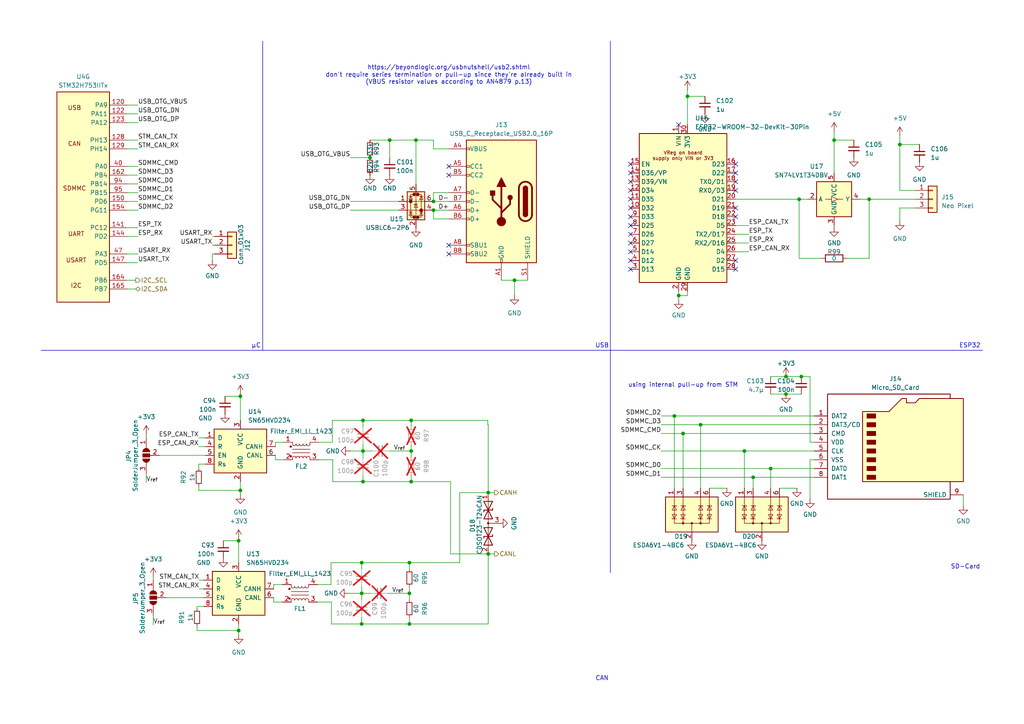
<source format=kicad_sch>
(kicad_sch
	(version 20231120)
	(generator "eeschema")
	(generator_version "8.0")
	(uuid "c61dd313-04ad-474f-9718-66b9bce07315")
	(paper "A4")
	
	(junction
		(at 231.775 57.785)
		(diameter 0)
		(color 0 0 0 0)
		(uuid "05cfbb34-84b8-41f9-b2c6-e5b00514da1d")
	)
	(junction
		(at 215.9 130.81)
		(diameter 0)
		(color 0 0 0 0)
		(uuid "0bbc3a19-37df-42ad-91f0-8540a0395fb7")
	)
	(junction
		(at 227.965 109.22)
		(diameter 0)
		(color 0 0 0 0)
		(uuid "18ab2d23-28e9-4932-9559-08cfc3b6ac2c")
	)
	(junction
		(at 232.41 109.22)
		(diameter 0)
		(color 0 0 0 0)
		(uuid "24fd9673-2273-4cc7-b851-95d6418ffacd")
	)
	(junction
		(at 118.745 180.975)
		(diameter 0)
		(color 0 0 0 0)
		(uuid "28a47998-b579-477b-8bd7-5184e4777d5e")
	)
	(junction
		(at 119.253 130.81)
		(diameter 0)
		(color 0 0 0 0)
		(uuid "3162dd44-bd73-462d-a1ba-3ec68e82b83a")
	)
	(junction
		(at 252.095 57.785)
		(diameter 0)
		(color 0 0 0 0)
		(uuid "318c4647-7bc1-4283-9b65-f73983dbd071")
	)
	(junction
		(at 149.225 81.28)
		(diameter 0)
		(color 0 0 0 0)
		(uuid "3c1013bf-bfba-435b-96c5-025b99d0e79f")
	)
	(junction
		(at 69.723 142.24)
		(diameter 0)
		(color 0 0 0 0)
		(uuid "3d875b4c-a7a5-4903-ad64-3ecea35d872b")
	)
	(junction
		(at 69.723 114.935)
		(diameter 0)
		(color 0 0 0 0)
		(uuid "41b0bad5-7e8d-4b02-8ba8-4522831df7e6")
	)
	(junction
		(at 107.315 45.72)
		(diameter 0)
		(color 0 0 0 0)
		(uuid "46e9cd3f-c4dc-4e06-874a-970861c8e4d0")
	)
	(junction
		(at 195.58 120.65)
		(diameter 0)
		(color 0 0 0 0)
		(uuid "483c68f8-8db5-413f-96da-d4c2dccc7777")
	)
	(junction
		(at 69.215 182.88)
		(diameter 0)
		(color 0 0 0 0)
		(uuid "4dfb8dde-4cef-4814-89d9-dc2c67abc0ea")
	)
	(junction
		(at 218.44 138.43)
		(diameter 0)
		(color 0 0 0 0)
		(uuid "50b25640-4ca4-435d-9ca2-96918ac454bf")
	)
	(junction
		(at 198.12 125.73)
		(diameter 0)
		(color 0 0 0 0)
		(uuid "52bd35f7-90f4-444f-80c2-b19c5579d427")
	)
	(junction
		(at 104.902 163.195)
		(diameter 0)
		(color 0 0 0 0)
		(uuid "53b32a67-343e-432d-9256-006aedde493b")
	)
	(junction
		(at 119.253 139.7)
		(diameter 0)
		(color 0 0 0 0)
		(uuid "6c0e76a3-6aad-4fb4-a948-d5eac4447136")
	)
	(junction
		(at 105.283 121.92)
		(diameter 0)
		(color 0 0 0 0)
		(uuid "7481ae21-ea6c-45fa-90b7-25db4fcacac0")
	)
	(junction
		(at 125.73 60.96)
		(diameter 0)
		(color 0 0 0 0)
		(uuid "76eb61ee-a5dc-435a-8704-218432069d76")
	)
	(junction
		(at 227.965 114.3)
		(diameter 0)
		(color 0 0 0 0)
		(uuid "7b77a6c7-da0a-42bd-826a-b38b72133772")
	)
	(junction
		(at 69.215 156.845)
		(diameter 0)
		(color 0 0 0 0)
		(uuid "7c2aa378-d994-4cbb-a7fd-662b6a6dbd3e")
	)
	(junction
		(at 223.52 135.89)
		(diameter 0)
		(color 0 0 0 0)
		(uuid "83a97a6e-f8be-41f0-8991-cb39de58c4f2")
	)
	(junction
		(at 199.39 27.94)
		(diameter 0)
		(color 0 0 0 0)
		(uuid "8a2ddf5a-e56d-4ddb-b3a7-3ce78fdb1ea7")
	)
	(junction
		(at 104.902 180.975)
		(diameter 0)
		(color 0 0 0 0)
		(uuid "8c902d7a-9a97-4247-a024-6511c85f57b0")
	)
	(junction
		(at 119.253 121.92)
		(diameter 0)
		(color 0 0 0 0)
		(uuid "9727df9d-30c2-4d31-a4a4-c18de4a38ffd")
	)
	(junction
		(at 141.605 160.655)
		(diameter 0)
		(color 0 0 0 0)
		(uuid "9b258187-c52a-4e59-8789-b7ac6ed5dc99")
	)
	(junction
		(at 104.902 172.085)
		(diameter 0)
		(color 0 0 0 0)
		(uuid "9cc87ece-ed33-40de-966c-51c2001dc894")
	)
	(junction
		(at 105.283 130.81)
		(diameter 0)
		(color 0 0 0 0)
		(uuid "9cdc856e-55bf-4f24-8496-a3f3c835efb4")
	)
	(junction
		(at 120.65 40.64)
		(diameter 0)
		(color 0 0 0 0)
		(uuid "9ea8c7a2-1503-4324-bc92-c95e051488ac")
	)
	(junction
		(at 141.605 142.875)
		(diameter 0)
		(color 0 0 0 0)
		(uuid "a02cb7ca-67e1-4267-9b51-48bfa47aa699")
	)
	(junction
		(at 203.2 123.19)
		(diameter 0)
		(color 0 0 0 0)
		(uuid "a030d523-f685-498c-a6ce-88394aca3cb6")
	)
	(junction
		(at 118.745 163.195)
		(diameter 0)
		(color 0 0 0 0)
		(uuid "b60abf17-3e74-47af-a488-26c720dd0b0f")
	)
	(junction
		(at 118.745 172.085)
		(diameter 0)
		(color 0 0 0 0)
		(uuid "b6c8fd7b-67f5-4777-9880-dd70ef3914a0")
	)
	(junction
		(at 196.85 85.725)
		(diameter 0)
		(color 0 0 0 0)
		(uuid "cee00a16-43e6-4734-87be-e840da75aabc")
	)
	(junction
		(at 105.283 139.7)
		(diameter 0)
		(color 0 0 0 0)
		(uuid "cf065f4e-64c6-411f-9278-3cbeff3ad8fd")
	)
	(junction
		(at 260.985 41.91)
		(diameter 0)
		(color 0 0 0 0)
		(uuid "e4280f40-0a8b-46b8-8a3f-bdc2bbc7d561")
	)
	(junction
		(at 241.935 40.64)
		(diameter 0)
		(color 0 0 0 0)
		(uuid "e66e4697-c658-4daa-8505-29693d7c6fa8")
	)
	(junction
		(at 125.73 58.42)
		(diameter 0)
		(color 0 0 0 0)
		(uuid "e8da3965-6ebf-4303-bffa-5c0b2fe16f2a")
	)
	(junction
		(at 113.03 40.64)
		(diameter 0)
		(color 0 0 0 0)
		(uuid "eef95e3a-9baf-4512-9c0f-0fb5481cc6c4")
	)
	(no_connect
		(at 182.88 73.025)
		(uuid "0f78565a-9a79-4977-842d-db81c2f3a858")
	)
	(no_connect
		(at 182.88 55.245)
		(uuid "1635493b-c0b0-4b22-91c0-dd20f89d28d6")
	)
	(no_connect
		(at 182.88 57.785)
		(uuid "2cd37b9b-1e16-4721-baaf-0f02fff9ee15")
	)
	(no_connect
		(at 213.36 47.625)
		(uuid "2e298096-7ace-418c-89a7-3d43d6bed0db")
	)
	(no_connect
		(at 182.88 60.325)
		(uuid "3bc25636-dee2-443e-8ccb-a980f456ac63")
	)
	(no_connect
		(at 182.88 50.165)
		(uuid "43d8676e-50c6-4697-acd1-a078ec396d67")
	)
	(no_connect
		(at 182.88 65.405)
		(uuid "4a7c660c-ecc7-4617-8099-7833ce97674f")
	)
	(no_connect
		(at 182.88 47.625)
		(uuid "5a25121c-a1f8-402a-a503-9b4b6773db57")
	)
	(no_connect
		(at 196.85 36.195)
		(uuid "5c9306cf-381b-4d82-8a3a-52bc964f2a36")
	)
	(no_connect
		(at 213.36 52.705)
		(uuid "5c964bdf-2ed2-4eef-b541-8ce09ccb6359")
	)
	(no_connect
		(at 182.88 78.105)
		(uuid "5cab31a6-586b-4cbb-8e74-6785a73b7287")
	)
	(no_connect
		(at 213.36 75.565)
		(uuid "627c0ac6-463b-4d74-9056-912f48f57f8c")
	)
	(no_connect
		(at 182.88 67.945)
		(uuid "662f2eb1-7541-4b5a-9b3e-348e11036abd")
	)
	(no_connect
		(at 182.88 52.705)
		(uuid "73269fd7-c364-4aef-a8b5-a2eabdfa97a8")
	)
	(no_connect
		(at 213.36 60.325)
		(uuid "797e1eed-a489-45da-8c0f-184fc597169c")
	)
	(no_connect
		(at 182.88 75.565)
		(uuid "8365a6d4-6d29-461b-904c-0324ca06fc5a")
	)
	(no_connect
		(at 182.88 62.865)
		(uuid "8ac847d1-9069-40ae-a3f2-d3aed782fb55")
	)
	(no_connect
		(at 213.36 78.105)
		(uuid "8f56c4af-52dc-4612-9881-b40f131d9649")
	)
	(no_connect
		(at 213.36 50.165)
		(uuid "b938ea39-6292-4387-8cd7-875c20a9d49a")
	)
	(no_connect
		(at 130.175 48.26)
		(uuid "c3e86756-4aad-4612-b5f9-2bf94993d35e")
	)
	(no_connect
		(at 130.175 71.12)
		(uuid "d7064c93-16c6-497d-859a-7b410a29e175")
	)
	(no_connect
		(at 213.36 55.245)
		(uuid "da2de24c-d775-46ec-8771-ff0ede014a17")
	)
	(no_connect
		(at 130.175 73.66)
		(uuid "e5cfba84-9aae-4335-81b2-f9420a56298e")
	)
	(no_connect
		(at 182.88 70.485)
		(uuid "e700e196-44ff-4ef8-a8e9-38a5e666b895")
	)
	(no_connect
		(at 130.175 50.8)
		(uuid "e7f4f517-e5bd-4129-8c15-e6c0fb05adff")
	)
	(no_connect
		(at 213.36 62.865)
		(uuid "ffc9674a-9076-447f-ba67-71a5716efeb9")
	)
	(wire
		(pts
			(xy 198.12 125.73) (xy 198.12 141.605)
		)
		(stroke
			(width 0)
			(type default)
		)
		(uuid "0126e725-cd4a-43de-a635-49074d4eee16")
	)
	(wire
		(pts
			(xy 113.03 40.64) (xy 120.65 40.64)
		)
		(stroke
			(width 0)
			(type default)
		)
		(uuid "03b6b96d-d108-4c6b-b2b6-d370d0813a07")
	)
	(wire
		(pts
			(xy 40.005 53.34) (xy 36.83 53.34)
		)
		(stroke
			(width 0)
			(type default)
		)
		(uuid "069c83cc-66af-4239-a3f2-6fc7c9797843")
	)
	(wire
		(pts
			(xy 227.965 109.22) (xy 232.41 109.22)
		)
		(stroke
			(width 0)
			(type default)
		)
		(uuid "0720b77c-06ec-4ddc-af8a-933409149d5c")
	)
	(wire
		(pts
			(xy 252.095 57.785) (xy 252.095 74.93)
		)
		(stroke
			(width 0)
			(type default)
		)
		(uuid "07821e1a-6081-4b53-af8d-3407e5dfe479")
	)
	(wire
		(pts
			(xy 96.139 174.625) (xy 96.139 180.975)
		)
		(stroke
			(width 0)
			(type default)
		)
		(uuid "07b7ef48-98f5-4f9c-8c83-e93a23111e86")
	)
	(wire
		(pts
			(xy 217.17 65.405) (xy 213.36 65.405)
		)
		(stroke
			(width 0)
			(type default)
		)
		(uuid "08072ded-74bf-4b0b-806c-19444be54a5d")
	)
	(wire
		(pts
			(xy 101.6 58.42) (xy 115.57 58.42)
		)
		(stroke
			(width 0)
			(type default)
		)
		(uuid "082fce0a-328f-4c33-b82d-f736243226bd")
	)
	(wire
		(pts
			(xy 79.883 133.35) (xy 79.883 132.08)
		)
		(stroke
			(width 0)
			(type default)
		)
		(uuid "0eb24822-65ba-4fcc-a791-110a601cab9c")
	)
	(wire
		(pts
			(xy 241.935 40.64) (xy 247.65 40.64)
		)
		(stroke
			(width 0)
			(type default)
		)
		(uuid "0ec11d76-de2c-47d9-b68b-71e96f39e5f7")
	)
	(wire
		(pts
			(xy 36.83 55.88) (xy 40.005 55.88)
		)
		(stroke
			(width 0)
			(type default)
		)
		(uuid "0f23c12c-ee24-49ec-857a-7c94676913f0")
	)
	(wire
		(pts
			(xy 113.03 40.64) (xy 113.03 45.72)
		)
		(stroke
			(width 0)
			(type default)
		)
		(uuid "0f360adf-082b-43ce-b071-56ba3d6d1ff9")
	)
	(wire
		(pts
			(xy 223.52 135.89) (xy 236.22 135.89)
		)
		(stroke
			(width 0)
			(type default)
		)
		(uuid "0fe1c355-612f-4426-80ff-01e842356dec")
	)
	(wire
		(pts
			(xy 199.39 27.94) (xy 199.39 36.195)
		)
		(stroke
			(width 0)
			(type default)
		)
		(uuid "11371f3a-622b-4d06-958d-0de2e3aefad4")
	)
	(wire
		(pts
			(xy 44.45 178.435) (xy 44.45 181.229)
		)
		(stroke
			(width 0)
			(type default)
		)
		(uuid "1191196b-173d-4dee-bb6d-b29a4d435163")
	)
	(wire
		(pts
			(xy 260.985 41.91) (xy 260.985 55.245)
		)
		(stroke
			(width 0)
			(type default)
		)
		(uuid "11fcf8a6-a9da-4e10-b537-040a5f04eac6")
	)
	(wire
		(pts
			(xy 92.075 169.545) (xy 96.012 169.545)
		)
		(stroke
			(width 0)
			(type default)
		)
		(uuid "1255d5b2-c80c-45ce-8562-7f9325184eb2")
	)
	(wire
		(pts
			(xy 119.253 121.92) (xy 141.478 121.92)
		)
		(stroke
			(width 0)
			(type default)
		)
		(uuid "16abee5d-4262-4bfd-ba27-099017bd3c89")
	)
	(wire
		(pts
			(xy 199.39 85.725) (xy 199.39 84.455)
		)
		(stroke
			(width 0)
			(type default)
		)
		(uuid "175d1789-0795-45ea-bebd-00c51a23ce0a")
	)
	(wire
		(pts
			(xy 191.77 135.89) (xy 223.52 135.89)
		)
		(stroke
			(width 0)
			(type default)
		)
		(uuid "1771b8ef-8c2d-4dbc-bfd3-902fd9585271")
	)
	(wire
		(pts
			(xy 61.595 73.66) (xy 61.595 75.565)
		)
		(stroke
			(width 0)
			(type default)
		)
		(uuid "1851c3fc-c833-4316-939d-3a55a4935065")
	)
	(wire
		(pts
			(xy 61.595 71.12) (xy 62.23 71.12)
		)
		(stroke
			(width 0)
			(type default)
		)
		(uuid "18ab3ef7-d310-4dfe-9bd7-87f1a836a671")
	)
	(wire
		(pts
			(xy 36.83 33.02) (xy 40.005 33.02)
		)
		(stroke
			(width 0)
			(type default)
		)
		(uuid "1b135d7b-8f10-4d19-9a19-146ba9d74198")
	)
	(wire
		(pts
			(xy 112.522 172.085) (xy 118.745 172.085)
		)
		(stroke
			(width 0)
			(type default)
		)
		(uuid "1c380b4c-4cae-4aa6-b682-a869ce94709e")
	)
	(wire
		(pts
			(xy 96.393 121.92) (xy 105.283 121.92)
		)
		(stroke
			(width 0)
			(type default)
		)
		(uuid "1c39585e-5704-44d0-a33d-b3876c68f352")
	)
	(wire
		(pts
			(xy 69.723 114.3) (xy 69.723 114.935)
		)
		(stroke
			(width 0)
			(type default)
		)
		(uuid "1e2b6175-d853-4821-ba74-1f24382ec349")
	)
	(wire
		(pts
			(xy 105.283 121.92) (xy 119.253 121.92)
		)
		(stroke
			(width 0)
			(type default)
		)
		(uuid "1ecee70f-1b0e-4963-98bb-53f91fcf7497")
	)
	(wire
		(pts
			(xy 118.745 170.18) (xy 118.745 172.085)
		)
		(stroke
			(width 0)
			(type default)
		)
		(uuid "216a5d0c-6bc2-4d57-bfc1-a0137443fd45")
	)
	(wire
		(pts
			(xy 125.73 55.88) (xy 130.175 55.88)
		)
		(stroke
			(width 0)
			(type default)
		)
		(uuid "21acc590-ee7c-4d1e-8e1e-92f9f843d3c0")
	)
	(wire
		(pts
			(xy 36.83 60.96) (xy 40.005 60.96)
		)
		(stroke
			(width 0)
			(type default)
		)
		(uuid "2201ad5c-2ea0-4a84-9169-84f97ac3d850")
	)
	(wire
		(pts
			(xy 125.73 60.96) (xy 130.175 60.96)
		)
		(stroke
			(width 0)
			(type default)
		)
		(uuid "23e71670-b058-4e01-a066-4bf14b43a603")
	)
	(wire
		(pts
			(xy 118.745 172.085) (xy 118.745 173.99)
		)
		(stroke
			(width 0)
			(type default)
		)
		(uuid "25fcae18-2fce-4a2e-b99e-14db92c22b5a")
	)
	(wire
		(pts
			(xy 133.35 142.875) (xy 141.605 142.875)
		)
		(stroke
			(width 0)
			(type default)
		)
		(uuid "27d7ae8c-7eae-4f28-bd8f-3df57c79cc78")
	)
	(wire
		(pts
			(xy 217.17 73.025) (xy 213.36 73.025)
		)
		(stroke
			(width 0)
			(type default)
		)
		(uuid "29423af5-f664-45ad-bb1e-0735e38873c2")
	)
	(wire
		(pts
			(xy 118.745 163.195) (xy 133.35 163.195)
		)
		(stroke
			(width 0)
			(type default)
		)
		(uuid "2d763691-facb-4f15-9e9f-59c2b2d09226")
	)
	(wire
		(pts
			(xy 40.005 30.48) (xy 36.83 30.48)
		)
		(stroke
			(width 0)
			(type default)
		)
		(uuid "2e6d5f7d-e2c5-4fff-9ab8-ff9e5059fed6")
	)
	(wire
		(pts
			(xy 238.125 74.93) (xy 231.775 74.93)
		)
		(stroke
			(width 0)
			(type default)
		)
		(uuid "2fa12003-ea95-4a7e-a7b4-8f6dd8428bb3")
	)
	(wire
		(pts
			(xy 44.45 167.259) (xy 44.45 168.275)
		)
		(stroke
			(width 0)
			(type default)
		)
		(uuid "2fe633c0-4d3d-40d2-b66e-9c920b1c7a86")
	)
	(wire
		(pts
			(xy 218.44 141.605) (xy 218.44 138.43)
		)
		(stroke
			(width 0)
			(type default)
		)
		(uuid "3173a2ad-906e-47f8-a364-fc370f3c628a")
	)
	(wire
		(pts
			(xy 145.415 151.765) (xy 144.653 151.765)
		)
		(stroke
			(width 0)
			(type default)
		)
		(uuid "31a4bbdf-559b-4207-a858-901d74817d56")
	)
	(wire
		(pts
			(xy 65.278 114.935) (xy 69.723 114.935)
		)
		(stroke
			(width 0)
			(type default)
		)
		(uuid "32faf47c-e64c-44b4-9d62-4d28d8d4153b")
	)
	(polyline
		(pts
			(xy 11.938 101.6) (xy 284.988 101.6)
		)
		(stroke
			(width 0)
			(type default)
		)
		(uuid "3585df17-1500-4acf-8047-979ff4b5fedc")
	)
	(wire
		(pts
			(xy 69.215 182.88) (xy 69.215 184.15)
		)
		(stroke
			(width 0)
			(type default)
		)
		(uuid "364b407f-3b1e-4c62-9eb8-d29a94c13635")
	)
	(wire
		(pts
			(xy 130.683 160.655) (xy 130.683 139.7)
		)
		(stroke
			(width 0)
			(type default)
		)
		(uuid "37424b4b-71c8-41c4-b362-ea3007ee2cc4")
	)
	(wire
		(pts
			(xy 231.775 74.93) (xy 231.775 57.785)
		)
		(stroke
			(width 0)
			(type default)
		)
		(uuid "393f9b29-c1fb-4477-8410-888c1c775882")
	)
	(wire
		(pts
			(xy 241.935 38.1) (xy 241.935 40.64)
		)
		(stroke
			(width 0)
			(type default)
		)
		(uuid "395ffaba-dbfc-4c84-b3a1-2617223e9f3e")
	)
	(wire
		(pts
			(xy 96.52 133.35) (xy 96.52 139.7)
		)
		(stroke
			(width 0)
			(type default)
		)
		(uuid "3b6bddeb-5651-4db5-98b2-9b6f3f702707")
	)
	(wire
		(pts
			(xy 101.6 45.72) (xy 107.315 45.72)
		)
		(stroke
			(width 0)
			(type default)
		)
		(uuid "3d2cc28f-a815-44ff-b579-98f1bafc55ff")
	)
	(wire
		(pts
			(xy 236.22 128.27) (xy 234.95 128.27)
		)
		(stroke
			(width 0)
			(type default)
		)
		(uuid "3d36dc6e-fb6c-4d22-b425-43462a3be059")
	)
	(wire
		(pts
			(xy 36.83 73.66) (xy 40.005 73.66)
		)
		(stroke
			(width 0)
			(type default)
		)
		(uuid "3e2111f4-1096-49ea-babe-955e0bcbceb6")
	)
	(wire
		(pts
			(xy 119.253 128.905) (xy 119.253 130.81)
		)
		(stroke
			(width 0)
			(type default)
		)
		(uuid "418d6449-7d54-435c-9348-9ebcc667fba1")
	)
	(wire
		(pts
			(xy 149.225 81.28) (xy 145.415 81.28)
		)
		(stroke
			(width 0)
			(type default)
		)
		(uuid "43eb60ad-a089-43b3-8c73-3cd2d4334140")
	)
	(wire
		(pts
			(xy 226.06 141.605) (xy 231.14 141.605)
		)
		(stroke
			(width 0)
			(type default)
		)
		(uuid "4509c7f5-35ec-4bd1-89e7-1a05d5b53aa2")
	)
	(wire
		(pts
			(xy 125.73 58.42) (xy 125.73 55.88)
		)
		(stroke
			(width 0)
			(type default)
		)
		(uuid "4991bdca-b170-43ed-84ef-9caf2ab85aec")
	)
	(wire
		(pts
			(xy 118.745 179.07) (xy 118.745 180.975)
		)
		(stroke
			(width 0)
			(type default)
		)
		(uuid "4abd7593-788c-4faf-8edb-6bf231a57d07")
	)
	(wire
		(pts
			(xy 61.595 68.58) (xy 62.23 68.58)
		)
		(stroke
			(width 0)
			(type default)
		)
		(uuid "4c385e60-1b83-4735-8d87-273cadd39ee9")
	)
	(wire
		(pts
			(xy 120.65 40.64) (xy 125.73 40.64)
		)
		(stroke
			(width 0)
			(type default)
		)
		(uuid "4c4a7a36-80ee-4595-b311-1291392bf06c")
	)
	(wire
		(pts
			(xy 231.775 57.785) (xy 234.315 57.785)
		)
		(stroke
			(width 0)
			(type default)
		)
		(uuid "4dc32d7f-3ff8-43a5-afb9-2f4908b6a181")
	)
	(wire
		(pts
			(xy 141.605 160.655) (xy 141.605 180.975)
		)
		(stroke
			(width 0)
			(type default)
		)
		(uuid "4f3190e5-1fec-4c20-8c78-bb72eed0982d")
	)
	(wire
		(pts
			(xy 260.985 55.245) (xy 265.43 55.245)
		)
		(stroke
			(width 0)
			(type default)
		)
		(uuid "4f4d3fff-85b9-4083-bd46-2b914ab4a849")
	)
	(wire
		(pts
			(xy 223.52 135.89) (xy 223.52 141.605)
		)
		(stroke
			(width 0)
			(type default)
		)
		(uuid "4ff43a78-6f92-4a7c-8cfb-ed39be066f5a")
	)
	(wire
		(pts
			(xy 234.95 133.35) (xy 234.95 144.78)
		)
		(stroke
			(width 0)
			(type default)
		)
		(uuid "5121f087-75a7-4517-bf80-93142898bd7b")
	)
	(wire
		(pts
			(xy 223.52 114.3) (xy 227.965 114.3)
		)
		(stroke
			(width 0)
			(type default)
		)
		(uuid "551574cf-3580-4b1f-8680-a14f6beb8bdd")
	)
	(wire
		(pts
			(xy 79.883 128.27) (xy 82.296 128.27)
		)
		(stroke
			(width 0)
			(type default)
		)
		(uuid "569600ce-4916-426c-ad6a-43656f889c21")
	)
	(wire
		(pts
			(xy 69.215 156.21) (xy 69.215 156.845)
		)
		(stroke
			(width 0)
			(type default)
		)
		(uuid "573d52d7-2912-42f7-a32c-98f9437fcfb4")
	)
	(wire
		(pts
			(xy 57.785 168.275) (xy 59.055 168.275)
		)
		(stroke
			(width 0)
			(type default)
		)
		(uuid "58a5b0f4-7372-4ed6-b2ff-21c9fc14c383")
	)
	(wire
		(pts
			(xy 191.77 138.43) (xy 218.44 138.43)
		)
		(stroke
			(width 0)
			(type default)
		)
		(uuid "5c2584d9-d8f6-4dbe-931c-d205c3941d47")
	)
	(wire
		(pts
			(xy 105.283 139.7) (xy 119.253 139.7)
		)
		(stroke
			(width 0)
			(type default)
		)
		(uuid "5c8a4f71-ee4a-46e2-86ff-f735840fe6ca")
	)
	(wire
		(pts
			(xy 249.555 57.785) (xy 252.095 57.785)
		)
		(stroke
			(width 0)
			(type default)
		)
		(uuid "5dfc728b-36a2-4990-a0c8-dbb05f1fc760")
	)
	(wire
		(pts
			(xy 119.253 139.7) (xy 130.683 139.7)
		)
		(stroke
			(width 0)
			(type default)
		)
		(uuid "616f18e8-8353-4b88-9ccf-278fb51bbb13")
	)
	(wire
		(pts
			(xy 101.473 130.81) (xy 105.283 130.81)
		)
		(stroke
			(width 0)
			(type default)
		)
		(uuid "65689294-1fad-43de-a045-67460191af37")
	)
	(wire
		(pts
			(xy 130.683 160.655) (xy 141.605 160.655)
		)
		(stroke
			(width 0)
			(type default)
		)
		(uuid "66e1a2a3-a6f9-4bb0-b984-d02d94ee05ad")
	)
	(wire
		(pts
			(xy 105.283 130.81) (xy 107.823 130.81)
		)
		(stroke
			(width 0)
			(type default)
		)
		(uuid "67db5e2e-77de-4d16-88dd-32909132efe7")
	)
	(wire
		(pts
			(xy 130.175 58.42) (xy 125.73 58.42)
		)
		(stroke
			(width 0)
			(type default)
		)
		(uuid "693afdb4-7ac3-48ba-b075-e7b442dae692")
	)
	(wire
		(pts
			(xy 104.902 172.085) (xy 104.902 170.18)
		)
		(stroke
			(width 0)
			(type default)
		)
		(uuid "694ece35-0c4b-4939-b20c-9bb4b6a4b0f5")
	)
	(wire
		(pts
			(xy 191.77 123.19) (xy 203.2 123.19)
		)
		(stroke
			(width 0)
			(type default)
		)
		(uuid "695aa573-119d-4858-8316-b0ba2eb000ca")
	)
	(wire
		(pts
			(xy 266.7 41.91) (xy 260.985 41.91)
		)
		(stroke
			(width 0)
			(type default)
		)
		(uuid "6bc32591-02b3-4835-ac4d-6de654840bd4")
	)
	(wire
		(pts
			(xy 79.375 169.545) (xy 81.915 169.545)
		)
		(stroke
			(width 0)
			(type default)
		)
		(uuid "6cc391a7-6885-48f2-975d-f3a3390b21aa")
	)
	(wire
		(pts
			(xy 57.658 134.62) (xy 59.563 134.62)
		)
		(stroke
			(width 0)
			(type default)
		)
		(uuid "6e1d6a90-999e-4e0f-8497-4df02b3664f7")
	)
	(wire
		(pts
			(xy 69.723 139.7) (xy 69.723 142.24)
		)
		(stroke
			(width 0)
			(type default)
		)
		(uuid "6fdae055-0d1f-42c6-a679-4b607c954c89")
	)
	(wire
		(pts
			(xy 112.903 130.81) (xy 119.253 130.81)
		)
		(stroke
			(width 0)
			(type default)
		)
		(uuid "7009ee4d-9a3b-449e-a73d-cfabe7ef7250")
	)
	(wire
		(pts
			(xy 101.092 172.085) (xy 104.902 172.085)
		)
		(stroke
			(width 0)
			(type default)
		)
		(uuid "713e035b-3d7d-453b-a87a-b3cbf126d40b")
	)
	(wire
		(pts
			(xy 213.36 70.485) (xy 217.17 70.485)
		)
		(stroke
			(width 0)
			(type default)
		)
		(uuid "722c5e92-6c31-48b0-8440-2827b4a8261f")
	)
	(wire
		(pts
			(xy 40.005 48.26) (xy 36.83 48.26)
		)
		(stroke
			(width 0)
			(type default)
		)
		(uuid "73863326-7c48-45fc-8bd8-a769a1938e6c")
	)
	(wire
		(pts
			(xy 223.52 109.22) (xy 227.965 109.22)
		)
		(stroke
			(width 0)
			(type default)
		)
		(uuid "78b83cb3-a537-4fbc-8e9b-d5dec2c8217c")
	)
	(wire
		(pts
			(xy 104.902 1
... [129219 chars truncated]
</source>
